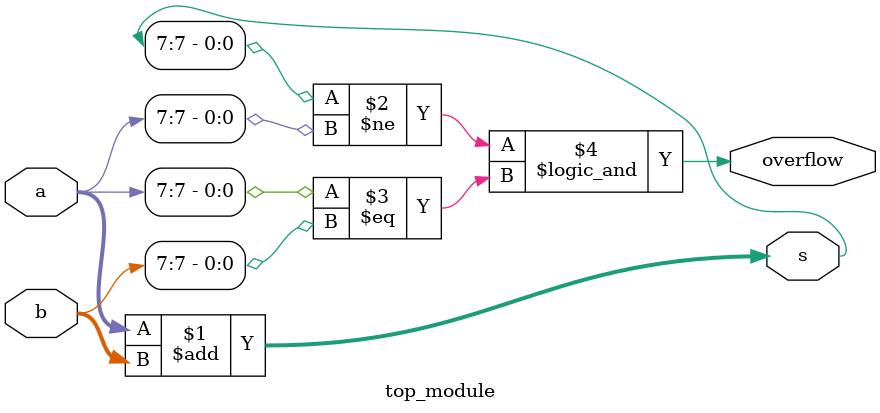
<source format=v>
module top_module (
    input [7:0] a,
    input [7:0] b,
    output [7:0] s,
    output overflow
); //A signed overflow occurs when adding two positive numbers produces a negative result,
    //or adding two negative numbers produces a positive result(a=b(last bits) and difference between input(a or b) with s.
 
    assign s = a + b;
    assign overflow = s[7]!=a[7] && a[7]==b[7] ; 

endmodule

</source>
